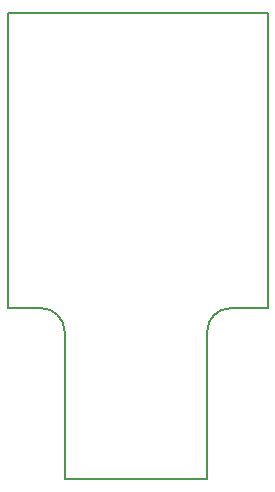
<source format=gbr>
%TF.GenerationSoftware,Altium Limited,Altium Designer,19.1.5 (86)*%
G04 Layer_Color=16711935*
%FSLAX44Y44*%
%MOMM*%
%TF.FileFunction,Other,Board_Outline*%
%TF.Part,Single*%
G01*
G75*
%TA.AperFunction,NonConductor*%
%ADD30C,0.2000*%
D30*
X-61870Y-145000D02*
G03*
X-81870Y-125000I-20000J0D01*
G01*
X78780D02*
G03*
X58780Y-145000I0J-20000D01*
G01*
X-61870Y-269775D02*
X58780D01*
X-61870D02*
Y-155000D01*
X58780Y-269775D02*
Y-155000D01*
Y-145000D01*
X-61870Y-155000D02*
Y-145000D01*
X78780Y-125000D02*
X88780D01*
X-91870D02*
X-81870D01*
X88780Y-125000D02*
X88780Y-125000D01*
X-91870D02*
X-91870Y-125000D01*
X88780D02*
X110000D01*
X-110000Y125000D02*
X-110000Y-125000D01*
X110000Y125000D02*
X110000Y-125000D01*
X-110000D02*
X-91870D01*
X-110000Y125000D02*
X110000D01*
%TF.MD5,9089c397e0b16893094b38cc76fe6f7b*%
M02*

</source>
